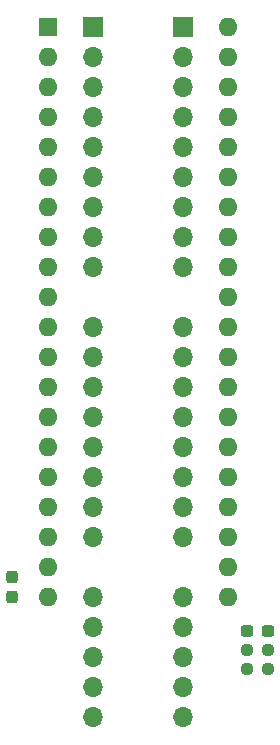
<source format=gbr>
G04 #@! TF.GenerationSoftware,KiCad,Pcbnew,8.0.4+dfsg-1*
G04 #@! TF.CreationDate,2025-03-02T18:02:47+09:00*
G04 #@! TF.ProjectId,bionic-tms9980,62696f6e-6963-42d7-946d-73393938302e,2*
G04 #@! TF.SameCoordinates,Original*
G04 #@! TF.FileFunction,Soldermask,Bot*
G04 #@! TF.FilePolarity,Negative*
%FSLAX46Y46*%
G04 Gerber Fmt 4.6, Leading zero omitted, Abs format (unit mm)*
G04 Created by KiCad (PCBNEW 8.0.4+dfsg-1) date 2025-03-02 18:02:47*
%MOMM*%
%LPD*%
G01*
G04 APERTURE LIST*
G04 Aperture macros list*
%AMRoundRect*
0 Rectangle with rounded corners*
0 $1 Rounding radius*
0 $2 $3 $4 $5 $6 $7 $8 $9 X,Y pos of 4 corners*
0 Add a 4 corners polygon primitive as box body*
4,1,4,$2,$3,$4,$5,$6,$7,$8,$9,$2,$3,0*
0 Add four circle primitives for the rounded corners*
1,1,$1+$1,$2,$3*
1,1,$1+$1,$4,$5*
1,1,$1+$1,$6,$7*
1,1,$1+$1,$8,$9*
0 Add four rect primitives between the rounded corners*
20,1,$1+$1,$2,$3,$4,$5,0*
20,1,$1+$1,$4,$5,$6,$7,0*
20,1,$1+$1,$6,$7,$8,$9,0*
20,1,$1+$1,$8,$9,$2,$3,0*%
G04 Aperture macros list end*
%ADD10R,1.600000X1.600000*%
%ADD11O,1.600000X1.600000*%
%ADD12R,1.700000X1.700000*%
%ADD13O,1.700000X1.700000*%
%ADD14RoundRect,0.237500X-0.250000X-0.237500X0.250000X-0.237500X0.250000X0.237500X-0.250000X0.237500X0*%
%ADD15RoundRect,0.237500X0.300000X0.237500X-0.300000X0.237500X-0.300000X-0.237500X0.300000X-0.237500X0*%
%ADD16RoundRect,0.237500X0.237500X-0.300000X0.237500X0.300000X-0.237500X0.300000X-0.237500X-0.300000X0*%
%ADD17RoundRect,0.237500X0.250000X0.237500X-0.250000X0.237500X-0.250000X-0.237500X0.250000X-0.237500X0*%
G04 APERTURE END LIST*
D10*
X106080000Y-75080000D03*
D11*
X106080000Y-77620000D03*
X106080000Y-80160000D03*
X106080000Y-82700000D03*
X106080000Y-85240000D03*
X106080000Y-87780000D03*
X106080000Y-90320000D03*
X106080000Y-92860000D03*
X106080000Y-95400000D03*
X106080000Y-97940000D03*
X106080000Y-100480000D03*
X106080000Y-103020000D03*
X106080000Y-105560000D03*
X106080000Y-108100000D03*
X106080000Y-110640000D03*
X106080000Y-113180000D03*
X106080000Y-115720000D03*
X106080000Y-118260000D03*
X106080000Y-120800000D03*
X106080000Y-123340000D03*
X121320000Y-123340000D03*
X121320000Y-120800000D03*
X121320000Y-118260000D03*
X121320000Y-115720000D03*
X121320000Y-113180000D03*
X121320000Y-110640000D03*
X121320000Y-108100000D03*
X121320000Y-105560000D03*
X121320000Y-103020000D03*
X121320000Y-100480000D03*
X121320000Y-97940000D03*
X121320000Y-95400000D03*
X121320000Y-92860000D03*
X121320000Y-90320000D03*
X121320000Y-87780000D03*
X121320000Y-85240000D03*
X121320000Y-82700000D03*
X121320000Y-80160000D03*
X121320000Y-77620000D03*
X121320000Y-75080000D03*
D12*
X109890000Y-75080000D03*
D13*
X109890000Y-77620000D03*
X109890000Y-80160000D03*
X109890000Y-82700000D03*
X109890000Y-85240000D03*
X109890000Y-87780000D03*
X109890000Y-90320000D03*
X109890000Y-92860000D03*
X109890000Y-95400000D03*
X109890000Y-100480000D03*
X109890000Y-103020000D03*
X109890000Y-105560000D03*
X109890000Y-108100000D03*
X109890000Y-110640000D03*
X109890000Y-113180000D03*
X109890000Y-115720000D03*
X109890000Y-118260000D03*
X109890000Y-123340000D03*
X109890000Y-125880000D03*
X109890000Y-128420000D03*
X109890000Y-130960000D03*
X109890000Y-133500000D03*
D14*
X122871300Y-129410600D03*
X124696300Y-129410600D03*
D15*
X124646300Y-126210200D03*
X122921300Y-126210200D03*
D13*
X117510000Y-133500000D03*
X117510000Y-130960000D03*
X117510000Y-128420000D03*
X117510000Y-125880000D03*
X117510000Y-123340000D03*
X117510000Y-118260000D03*
X117510000Y-115720000D03*
X117510000Y-113180000D03*
X117510000Y-110640000D03*
X117510000Y-108100000D03*
X117510000Y-105560000D03*
X117510000Y-103020000D03*
X117510000Y-100480000D03*
X117510000Y-95400000D03*
X117510000Y-92860000D03*
X117510000Y-90320000D03*
X117510000Y-87780000D03*
X117510000Y-85240000D03*
X117510000Y-82700000D03*
X117510000Y-80160000D03*
X117510000Y-77620000D03*
D12*
X117510000Y-75080000D03*
D16*
X103032000Y-123337800D03*
X103032000Y-121612800D03*
D17*
X124696300Y-127810400D03*
X122871300Y-127810400D03*
M02*

</source>
